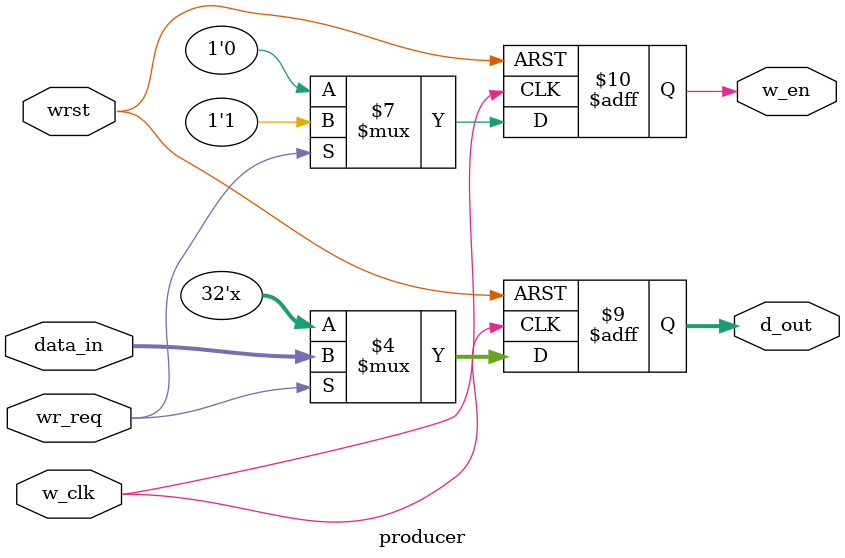
<source format=sv>
module producer #(parameter DATA_WIDTH=32)(
input logic w_clk,wrst,wr_req,
//input logic f_full,
input logic [DATA_WIDTH-1:0]data_in,
output logic [DATA_WIDTH-1:0]d_out,
output logic w_en
);

//assign d_out = wr_req?data_in:'z;

always_ff@(posedge w_clk or negedge wrst) begin
	if(!wrst) begin
		d_out <= 'z;
		w_en <= '0;
	end
	else
		if(wr_req)begin
			w_en <= 1;
			d_out <= data_in;
		end
		else begin
			w_en<= 0;
			d_out <= 'z;
		end
		
end
endmodule
</source>
